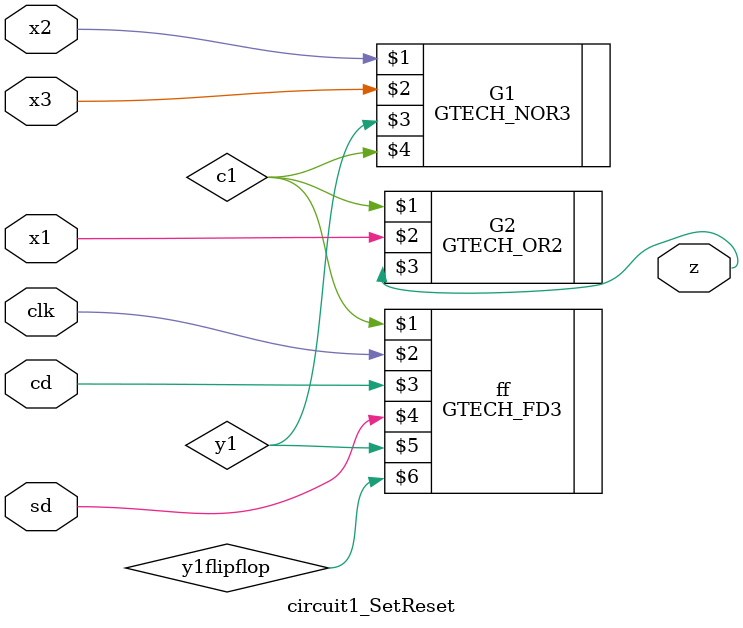
<source format=v>
module circuit1_SetReset(clk,x1,x2,x3,cd,sd,z); 
input x1,x2,x3,clk,cd,sd; 
output z;
wire y1,c1,c2,y1flipflop;

GTECH_NOR3 G1(x2,x3,y1,c1);
GTECH_FD3 ff(c1,clk,cd,sd,y1,y1flipflop); 
GTECH_OR2 G2(c1,x1,z);
endmodule


</source>
